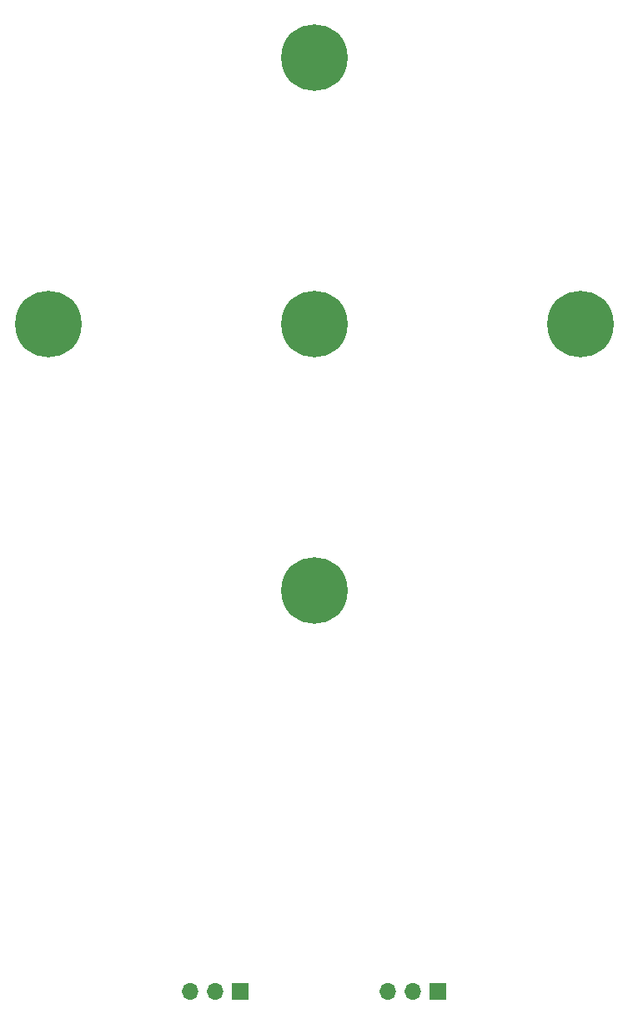
<source format=gbr>
%TF.GenerationSoftware,KiCad,Pcbnew,(6.0.5)*%
%TF.CreationDate,2022-08-25T18:23:53-06:00*%
%TF.ProjectId,Led Zia,4c656420-5a69-4612-9e6b-696361645f70,rev?*%
%TF.SameCoordinates,Original*%
%TF.FileFunction,Soldermask,Bot*%
%TF.FilePolarity,Negative*%
%FSLAX46Y46*%
G04 Gerber Fmt 4.6, Leading zero omitted, Abs format (unit mm)*
G04 Created by KiCad (PCBNEW (6.0.5)) date 2022-08-25 18:23:53*
%MOMM*%
%LPD*%
G01*
G04 APERTURE LIST*
%ADD10C,6.756400*%
%ADD11R,1.700000X1.700000*%
%ADD12O,1.700000X1.700000*%
G04 APERTURE END LIST*
D10*
%TO.C,1/4"*%
X130000000Y-102000000D03*
%TD*%
%TO.C,1/4"*%
X103000000Y-129000000D03*
%TD*%
%TO.C,1/4"*%
X76000000Y-102000000D03*
%TD*%
%TO.C,1/4"*%
X103000000Y-75000000D03*
%TD*%
%TO.C,1/4"*%
X103000000Y-102000000D03*
%TD*%
D11*
%TO.C,J2*%
X115525000Y-169625000D03*
D12*
X112985000Y-169625000D03*
X110445000Y-169625000D03*
%TD*%
D11*
%TO.C,J1*%
X95525000Y-169625000D03*
D12*
X92985000Y-169625000D03*
X90445000Y-169625000D03*
%TD*%
M02*

</source>
